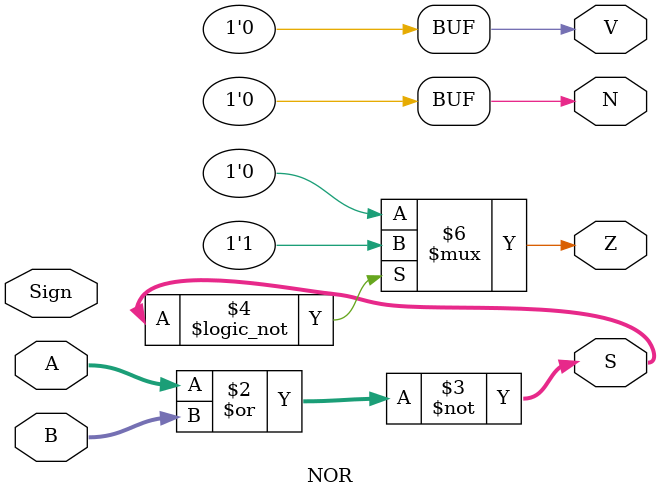
<source format=v>
`timescale 1ns / 1ps

module NOR( A, B, Sign, S, Z, V, N);

    input [31:0] A;
    input [31:0] B;
    input Sign;

    output reg [31:0] S;
    output reg Z;
    output reg V;
    output reg N;

    always@(*)
    begin
        S = ~(A | B);
        V <= 0;
        N <= 0;
        if (S == 0) Z <= 1;
        else Z <= 0;
    end

endmodule

</source>
